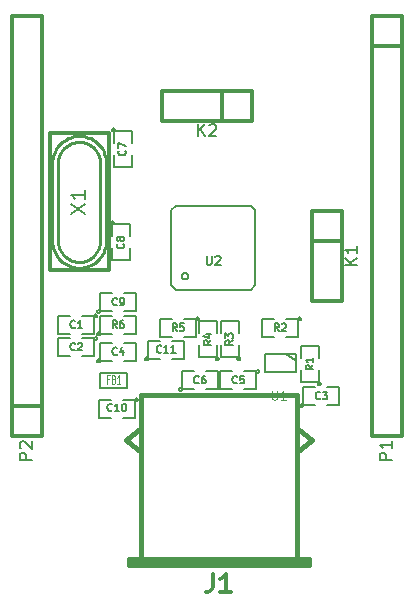
<source format=gto>
G04 (created by PCBNEW-RS274X (2012-02-19 BZR 3421)-stable) date lun 16 abr 2012 11:22:40 COT*
G01*
G70*
G90*
%MOIN*%
G04 Gerber Fmt 3.4, Leading zero omitted, Abs format*
%FSLAX34Y34*%
G04 APERTURE LIST*
%ADD10C,0.001000*%
%ADD11C,0.005000*%
%ADD12C,0.012000*%
%ADD13C,0.011800*%
%ADD14C,0.010000*%
%ADD15C,0.015000*%
%ADD16C,0.003000*%
%ADD17C,0.008000*%
%ADD18C,0.006000*%
%ADD19C,0.004500*%
%ADD20C,0.005900*%
G04 APERTURE END LIST*
G54D10*
G54D11*
X52650Y-34275D02*
X52950Y-34475D01*
X51950Y-34275D02*
X52975Y-34275D01*
X52975Y-34275D02*
X52975Y-34875D01*
X52975Y-34875D02*
X51950Y-34875D01*
X51950Y-34875D02*
X51950Y-34275D01*
X46950Y-26800D02*
X46949Y-26809D01*
X46946Y-26819D01*
X46941Y-26827D01*
X46935Y-26835D01*
X46927Y-26841D01*
X46919Y-26846D01*
X46910Y-26848D01*
X46900Y-26849D01*
X46891Y-26849D01*
X46882Y-26846D01*
X46873Y-26841D01*
X46866Y-26835D01*
X46859Y-26828D01*
X46855Y-26819D01*
X46852Y-26810D01*
X46851Y-26800D01*
X46851Y-26791D01*
X46854Y-26782D01*
X46858Y-26773D01*
X46865Y-26766D01*
X46872Y-26759D01*
X46880Y-26755D01*
X46890Y-26752D01*
X46899Y-26751D01*
X46908Y-26751D01*
X46918Y-26754D01*
X46926Y-26758D01*
X46934Y-26764D01*
X46940Y-26772D01*
X46945Y-26780D01*
X46948Y-26789D01*
X46949Y-26799D01*
X46950Y-26800D01*
X46900Y-27250D02*
X46900Y-26850D01*
X46900Y-26850D02*
X47500Y-26850D01*
X47500Y-26850D02*
X47500Y-27250D01*
X47500Y-27650D02*
X47500Y-28050D01*
X47500Y-28050D02*
X46900Y-28050D01*
X46900Y-28050D02*
X46900Y-27650D01*
X47700Y-35800D02*
X47699Y-35809D01*
X47696Y-35819D01*
X47691Y-35827D01*
X47685Y-35835D01*
X47677Y-35841D01*
X47669Y-35846D01*
X47660Y-35848D01*
X47650Y-35849D01*
X47641Y-35849D01*
X47632Y-35846D01*
X47623Y-35841D01*
X47616Y-35835D01*
X47609Y-35828D01*
X47605Y-35819D01*
X47602Y-35810D01*
X47601Y-35800D01*
X47601Y-35791D01*
X47604Y-35782D01*
X47608Y-35773D01*
X47615Y-35766D01*
X47622Y-35759D01*
X47630Y-35755D01*
X47640Y-35752D01*
X47649Y-35751D01*
X47658Y-35751D01*
X47668Y-35754D01*
X47676Y-35758D01*
X47684Y-35764D01*
X47690Y-35772D01*
X47695Y-35780D01*
X47698Y-35789D01*
X47699Y-35799D01*
X47700Y-35800D01*
X47200Y-35800D02*
X47600Y-35800D01*
X47600Y-35800D02*
X47600Y-36400D01*
X47600Y-36400D02*
X47200Y-36400D01*
X46800Y-36400D02*
X46400Y-36400D01*
X46400Y-36400D02*
X46400Y-35800D01*
X46400Y-35800D02*
X46800Y-35800D01*
X46450Y-34500D02*
X46449Y-34509D01*
X46446Y-34519D01*
X46441Y-34527D01*
X46435Y-34535D01*
X46427Y-34541D01*
X46419Y-34546D01*
X46410Y-34548D01*
X46400Y-34549D01*
X46391Y-34549D01*
X46382Y-34546D01*
X46373Y-34541D01*
X46366Y-34535D01*
X46359Y-34528D01*
X46355Y-34519D01*
X46352Y-34510D01*
X46351Y-34500D01*
X46351Y-34491D01*
X46354Y-34482D01*
X46358Y-34473D01*
X46365Y-34466D01*
X46372Y-34459D01*
X46380Y-34455D01*
X46390Y-34452D01*
X46399Y-34451D01*
X46408Y-34451D01*
X46418Y-34454D01*
X46426Y-34458D01*
X46434Y-34464D01*
X46440Y-34472D01*
X46445Y-34480D01*
X46448Y-34489D01*
X46449Y-34499D01*
X46450Y-34500D01*
X46850Y-34500D02*
X46450Y-34500D01*
X46450Y-34500D02*
X46450Y-33900D01*
X46450Y-33900D02*
X46850Y-33900D01*
X47250Y-33900D02*
X47650Y-33900D01*
X47650Y-33900D02*
X47650Y-34500D01*
X47650Y-34500D02*
X47250Y-34500D01*
X46350Y-33750D02*
X46349Y-33759D01*
X46346Y-33769D01*
X46341Y-33777D01*
X46335Y-33785D01*
X46327Y-33791D01*
X46319Y-33796D01*
X46310Y-33798D01*
X46300Y-33799D01*
X46291Y-33799D01*
X46282Y-33796D01*
X46273Y-33791D01*
X46266Y-33785D01*
X46259Y-33778D01*
X46255Y-33769D01*
X46252Y-33760D01*
X46251Y-33750D01*
X46251Y-33741D01*
X46254Y-33732D01*
X46258Y-33723D01*
X46265Y-33716D01*
X46272Y-33709D01*
X46280Y-33705D01*
X46290Y-33702D01*
X46299Y-33701D01*
X46308Y-33701D01*
X46318Y-33704D01*
X46326Y-33708D01*
X46334Y-33714D01*
X46340Y-33722D01*
X46345Y-33730D01*
X46348Y-33739D01*
X46349Y-33749D01*
X46350Y-33750D01*
X45850Y-33750D02*
X46250Y-33750D01*
X46250Y-33750D02*
X46250Y-34350D01*
X46250Y-34350D02*
X45850Y-34350D01*
X45450Y-34350D02*
X45050Y-34350D01*
X45050Y-34350D02*
X45050Y-33750D01*
X45050Y-33750D02*
X45450Y-33750D01*
X46350Y-33000D02*
X46349Y-33009D01*
X46346Y-33019D01*
X46341Y-33027D01*
X46335Y-33035D01*
X46327Y-33041D01*
X46319Y-33046D01*
X46310Y-33048D01*
X46300Y-33049D01*
X46291Y-33049D01*
X46282Y-33046D01*
X46273Y-33041D01*
X46266Y-33035D01*
X46259Y-33028D01*
X46255Y-33019D01*
X46252Y-33010D01*
X46251Y-33000D01*
X46251Y-32991D01*
X46254Y-32982D01*
X46258Y-32973D01*
X46265Y-32966D01*
X46272Y-32959D01*
X46280Y-32955D01*
X46290Y-32952D01*
X46299Y-32951D01*
X46308Y-32951D01*
X46318Y-32954D01*
X46326Y-32958D01*
X46334Y-32964D01*
X46340Y-32972D01*
X46345Y-32980D01*
X46348Y-32989D01*
X46349Y-32999D01*
X46350Y-33000D01*
X45850Y-33000D02*
X46250Y-33000D01*
X46250Y-33000D02*
X46250Y-33600D01*
X46250Y-33600D02*
X45850Y-33600D01*
X45450Y-33600D02*
X45050Y-33600D01*
X45050Y-33600D02*
X45050Y-33000D01*
X45050Y-33000D02*
X45450Y-33000D01*
X50400Y-34425D02*
X50399Y-34434D01*
X50396Y-34444D01*
X50391Y-34452D01*
X50385Y-34460D01*
X50377Y-34466D01*
X50369Y-34471D01*
X50360Y-34473D01*
X50350Y-34474D01*
X50341Y-34474D01*
X50332Y-34471D01*
X50323Y-34466D01*
X50316Y-34460D01*
X50309Y-34453D01*
X50305Y-34444D01*
X50302Y-34435D01*
X50301Y-34425D01*
X50301Y-34416D01*
X50304Y-34407D01*
X50308Y-34398D01*
X50315Y-34391D01*
X50322Y-34384D01*
X50330Y-34380D01*
X50340Y-34377D01*
X50349Y-34376D01*
X50358Y-34376D01*
X50368Y-34379D01*
X50376Y-34383D01*
X50384Y-34389D01*
X50390Y-34397D01*
X50395Y-34405D01*
X50398Y-34414D01*
X50399Y-34424D01*
X50400Y-34425D01*
X50350Y-33975D02*
X50350Y-34375D01*
X50350Y-34375D02*
X49750Y-34375D01*
X49750Y-34375D02*
X49750Y-33975D01*
X49750Y-33575D02*
X49750Y-33175D01*
X49750Y-33175D02*
X50350Y-33175D01*
X50350Y-33175D02*
X50350Y-33575D01*
X51125Y-34425D02*
X51124Y-34434D01*
X51121Y-34444D01*
X51116Y-34452D01*
X51110Y-34460D01*
X51102Y-34466D01*
X51094Y-34471D01*
X51085Y-34473D01*
X51075Y-34474D01*
X51066Y-34474D01*
X51057Y-34471D01*
X51048Y-34466D01*
X51041Y-34460D01*
X51034Y-34453D01*
X51030Y-34444D01*
X51027Y-34435D01*
X51026Y-34425D01*
X51026Y-34416D01*
X51029Y-34407D01*
X51033Y-34398D01*
X51040Y-34391D01*
X51047Y-34384D01*
X51055Y-34380D01*
X51065Y-34377D01*
X51074Y-34376D01*
X51083Y-34376D01*
X51093Y-34379D01*
X51101Y-34383D01*
X51109Y-34389D01*
X51115Y-34397D01*
X51120Y-34405D01*
X51123Y-34414D01*
X51124Y-34424D01*
X51125Y-34425D01*
X51075Y-33975D02*
X51075Y-34375D01*
X51075Y-34375D02*
X50475Y-34375D01*
X50475Y-34375D02*
X50475Y-33975D01*
X50475Y-33575D02*
X50475Y-33175D01*
X50475Y-33175D02*
X51075Y-33175D01*
X51075Y-33175D02*
X51075Y-33575D01*
X49750Y-33100D02*
X49749Y-33109D01*
X49746Y-33119D01*
X49741Y-33127D01*
X49735Y-33135D01*
X49727Y-33141D01*
X49719Y-33146D01*
X49710Y-33148D01*
X49700Y-33149D01*
X49691Y-33149D01*
X49682Y-33146D01*
X49673Y-33141D01*
X49666Y-33135D01*
X49659Y-33128D01*
X49655Y-33119D01*
X49652Y-33110D01*
X49651Y-33100D01*
X49651Y-33091D01*
X49654Y-33082D01*
X49658Y-33073D01*
X49665Y-33066D01*
X49672Y-33059D01*
X49680Y-33055D01*
X49690Y-33052D01*
X49699Y-33051D01*
X49708Y-33051D01*
X49718Y-33054D01*
X49726Y-33058D01*
X49734Y-33064D01*
X49740Y-33072D01*
X49745Y-33080D01*
X49748Y-33089D01*
X49749Y-33099D01*
X49750Y-33100D01*
X49250Y-33100D02*
X49650Y-33100D01*
X49650Y-33100D02*
X49650Y-33700D01*
X49650Y-33700D02*
X49250Y-33700D01*
X48850Y-33700D02*
X48450Y-33700D01*
X48450Y-33700D02*
X48450Y-33100D01*
X48450Y-33100D02*
X48850Y-33100D01*
X46450Y-33600D02*
X46449Y-33609D01*
X46446Y-33619D01*
X46441Y-33627D01*
X46435Y-33635D01*
X46427Y-33641D01*
X46419Y-33646D01*
X46410Y-33648D01*
X46400Y-33649D01*
X46391Y-33649D01*
X46382Y-33646D01*
X46373Y-33641D01*
X46366Y-33635D01*
X46359Y-33628D01*
X46355Y-33619D01*
X46352Y-33610D01*
X46351Y-33600D01*
X46351Y-33591D01*
X46354Y-33582D01*
X46358Y-33573D01*
X46365Y-33566D01*
X46372Y-33559D01*
X46380Y-33555D01*
X46390Y-33552D01*
X46399Y-33551D01*
X46408Y-33551D01*
X46418Y-33554D01*
X46426Y-33558D01*
X46434Y-33564D01*
X46440Y-33572D01*
X46445Y-33580D01*
X46448Y-33589D01*
X46449Y-33599D01*
X46450Y-33600D01*
X46850Y-33600D02*
X46450Y-33600D01*
X46450Y-33600D02*
X46450Y-33000D01*
X46450Y-33000D02*
X46850Y-33000D01*
X47250Y-33000D02*
X47650Y-33000D01*
X47650Y-33000D02*
X47650Y-33600D01*
X47650Y-33600D02*
X47250Y-33600D01*
X46900Y-29900D02*
X46899Y-29909D01*
X46896Y-29919D01*
X46891Y-29927D01*
X46885Y-29935D01*
X46877Y-29941D01*
X46869Y-29946D01*
X46860Y-29948D01*
X46850Y-29949D01*
X46841Y-29949D01*
X46832Y-29946D01*
X46823Y-29941D01*
X46816Y-29935D01*
X46809Y-29928D01*
X46805Y-29919D01*
X46802Y-29910D01*
X46801Y-29900D01*
X46801Y-29891D01*
X46804Y-29882D01*
X46808Y-29873D01*
X46815Y-29866D01*
X46822Y-29859D01*
X46830Y-29855D01*
X46840Y-29852D01*
X46849Y-29851D01*
X46858Y-29851D01*
X46868Y-29854D01*
X46876Y-29858D01*
X46884Y-29864D01*
X46890Y-29872D01*
X46895Y-29880D01*
X46898Y-29889D01*
X46899Y-29899D01*
X46900Y-29900D01*
X46850Y-30350D02*
X46850Y-29950D01*
X46850Y-29950D02*
X47450Y-29950D01*
X47450Y-29950D02*
X47450Y-30350D01*
X47450Y-30750D02*
X47450Y-31150D01*
X47450Y-31150D02*
X46850Y-31150D01*
X46850Y-31150D02*
X46850Y-30750D01*
X46450Y-32850D02*
X46449Y-32859D01*
X46446Y-32869D01*
X46441Y-32877D01*
X46435Y-32885D01*
X46427Y-32891D01*
X46419Y-32896D01*
X46410Y-32898D01*
X46400Y-32899D01*
X46391Y-32899D01*
X46382Y-32896D01*
X46373Y-32891D01*
X46366Y-32885D01*
X46359Y-32878D01*
X46355Y-32869D01*
X46352Y-32860D01*
X46351Y-32850D01*
X46351Y-32841D01*
X46354Y-32832D01*
X46358Y-32823D01*
X46365Y-32816D01*
X46372Y-32809D01*
X46380Y-32805D01*
X46390Y-32802D01*
X46399Y-32801D01*
X46408Y-32801D01*
X46418Y-32804D01*
X46426Y-32808D01*
X46434Y-32814D01*
X46440Y-32822D01*
X46445Y-32830D01*
X46448Y-32839D01*
X46449Y-32849D01*
X46450Y-32850D01*
X46850Y-32850D02*
X46450Y-32850D01*
X46450Y-32850D02*
X46450Y-32250D01*
X46450Y-32250D02*
X46850Y-32250D01*
X47250Y-32250D02*
X47650Y-32250D01*
X47650Y-32250D02*
X47650Y-32850D01*
X47650Y-32850D02*
X47250Y-32850D01*
X48050Y-34425D02*
X48049Y-34434D01*
X48046Y-34444D01*
X48041Y-34452D01*
X48035Y-34460D01*
X48027Y-34466D01*
X48019Y-34471D01*
X48010Y-34473D01*
X48000Y-34474D01*
X47991Y-34474D01*
X47982Y-34471D01*
X47973Y-34466D01*
X47966Y-34460D01*
X47959Y-34453D01*
X47955Y-34444D01*
X47952Y-34435D01*
X47951Y-34425D01*
X47951Y-34416D01*
X47954Y-34407D01*
X47958Y-34398D01*
X47965Y-34391D01*
X47972Y-34384D01*
X47980Y-34380D01*
X47990Y-34377D01*
X47999Y-34376D01*
X48008Y-34376D01*
X48018Y-34379D01*
X48026Y-34383D01*
X48034Y-34389D01*
X48040Y-34397D01*
X48045Y-34405D01*
X48048Y-34414D01*
X48049Y-34424D01*
X48050Y-34425D01*
X48450Y-34425D02*
X48050Y-34425D01*
X48050Y-34425D02*
X48050Y-33825D01*
X48050Y-33825D02*
X48450Y-33825D01*
X48850Y-33825D02*
X49250Y-33825D01*
X49250Y-33825D02*
X49250Y-34425D01*
X49250Y-34425D02*
X48850Y-34425D01*
X51750Y-34850D02*
X51749Y-34859D01*
X51746Y-34869D01*
X51741Y-34877D01*
X51735Y-34885D01*
X51727Y-34891D01*
X51719Y-34896D01*
X51710Y-34898D01*
X51700Y-34899D01*
X51691Y-34899D01*
X51682Y-34896D01*
X51673Y-34891D01*
X51666Y-34885D01*
X51659Y-34878D01*
X51655Y-34869D01*
X51652Y-34860D01*
X51651Y-34850D01*
X51651Y-34841D01*
X51654Y-34832D01*
X51658Y-34823D01*
X51665Y-34816D01*
X51672Y-34809D01*
X51680Y-34805D01*
X51690Y-34802D01*
X51699Y-34801D01*
X51708Y-34801D01*
X51718Y-34804D01*
X51726Y-34808D01*
X51734Y-34814D01*
X51740Y-34822D01*
X51745Y-34830D01*
X51748Y-34839D01*
X51749Y-34849D01*
X51750Y-34850D01*
X51250Y-34850D02*
X51650Y-34850D01*
X51650Y-34850D02*
X51650Y-35450D01*
X51650Y-35450D02*
X51250Y-35450D01*
X50850Y-35450D02*
X50450Y-35450D01*
X50450Y-35450D02*
X50450Y-34850D01*
X50450Y-34850D02*
X50850Y-34850D01*
X49175Y-35450D02*
X49174Y-35459D01*
X49171Y-35469D01*
X49166Y-35477D01*
X49160Y-35485D01*
X49152Y-35491D01*
X49144Y-35496D01*
X49135Y-35498D01*
X49125Y-35499D01*
X49116Y-35499D01*
X49107Y-35496D01*
X49098Y-35491D01*
X49091Y-35485D01*
X49084Y-35478D01*
X49080Y-35469D01*
X49077Y-35460D01*
X49076Y-35450D01*
X49076Y-35441D01*
X49079Y-35432D01*
X49083Y-35423D01*
X49090Y-35416D01*
X49097Y-35409D01*
X49105Y-35405D01*
X49115Y-35402D01*
X49124Y-35401D01*
X49133Y-35401D01*
X49143Y-35404D01*
X49151Y-35408D01*
X49159Y-35414D01*
X49165Y-35422D01*
X49170Y-35430D01*
X49173Y-35439D01*
X49174Y-35449D01*
X49175Y-35450D01*
X49575Y-35450D02*
X49175Y-35450D01*
X49175Y-35450D02*
X49175Y-34850D01*
X49175Y-34850D02*
X49575Y-34850D01*
X49975Y-34850D02*
X50375Y-34850D01*
X50375Y-34850D02*
X50375Y-35450D01*
X50375Y-35450D02*
X49975Y-35450D01*
X53800Y-35250D02*
X53799Y-35259D01*
X53796Y-35269D01*
X53791Y-35277D01*
X53785Y-35285D01*
X53777Y-35291D01*
X53769Y-35296D01*
X53760Y-35298D01*
X53750Y-35299D01*
X53741Y-35299D01*
X53732Y-35296D01*
X53723Y-35291D01*
X53716Y-35285D01*
X53709Y-35278D01*
X53705Y-35269D01*
X53702Y-35260D01*
X53701Y-35250D01*
X53701Y-35241D01*
X53704Y-35232D01*
X53708Y-35223D01*
X53715Y-35216D01*
X53722Y-35209D01*
X53730Y-35205D01*
X53740Y-35202D01*
X53749Y-35201D01*
X53758Y-35201D01*
X53768Y-35204D01*
X53776Y-35208D01*
X53784Y-35214D01*
X53790Y-35222D01*
X53795Y-35230D01*
X53798Y-35239D01*
X53799Y-35249D01*
X53800Y-35250D01*
X53750Y-34800D02*
X53750Y-35200D01*
X53750Y-35200D02*
X53150Y-35200D01*
X53150Y-35200D02*
X53150Y-34800D01*
X53150Y-34400D02*
X53150Y-34000D01*
X53150Y-34000D02*
X53750Y-34000D01*
X53750Y-34000D02*
X53750Y-34400D01*
X53150Y-33100D02*
X53149Y-33109D01*
X53146Y-33119D01*
X53141Y-33127D01*
X53135Y-33135D01*
X53127Y-33141D01*
X53119Y-33146D01*
X53110Y-33148D01*
X53100Y-33149D01*
X53091Y-33149D01*
X53082Y-33146D01*
X53073Y-33141D01*
X53066Y-33135D01*
X53059Y-33128D01*
X53055Y-33119D01*
X53052Y-33110D01*
X53051Y-33100D01*
X53051Y-33091D01*
X53054Y-33082D01*
X53058Y-33073D01*
X53065Y-33066D01*
X53072Y-33059D01*
X53080Y-33055D01*
X53090Y-33052D01*
X53099Y-33051D01*
X53108Y-33051D01*
X53118Y-33054D01*
X53126Y-33058D01*
X53134Y-33064D01*
X53140Y-33072D01*
X53145Y-33080D01*
X53148Y-33089D01*
X53149Y-33099D01*
X53150Y-33100D01*
X52650Y-33100D02*
X53050Y-33100D01*
X53050Y-33100D02*
X53050Y-33700D01*
X53050Y-33700D02*
X52650Y-33700D01*
X52250Y-33700D02*
X51850Y-33700D01*
X51850Y-33700D02*
X51850Y-33100D01*
X51850Y-33100D02*
X52250Y-33100D01*
X53225Y-35975D02*
X53224Y-35984D01*
X53221Y-35994D01*
X53216Y-36002D01*
X53210Y-36010D01*
X53202Y-36016D01*
X53194Y-36021D01*
X53185Y-36023D01*
X53175Y-36024D01*
X53166Y-36024D01*
X53157Y-36021D01*
X53148Y-36016D01*
X53141Y-36010D01*
X53134Y-36003D01*
X53130Y-35994D01*
X53127Y-35985D01*
X53126Y-35975D01*
X53126Y-35966D01*
X53129Y-35957D01*
X53133Y-35948D01*
X53140Y-35941D01*
X53147Y-35934D01*
X53155Y-35930D01*
X53165Y-35927D01*
X53174Y-35926D01*
X53183Y-35926D01*
X53193Y-35929D01*
X53201Y-35933D01*
X53209Y-35939D01*
X53215Y-35947D01*
X53220Y-35955D01*
X53223Y-35964D01*
X53224Y-35974D01*
X53225Y-35975D01*
X53625Y-35975D02*
X53225Y-35975D01*
X53225Y-35975D02*
X53225Y-35375D01*
X53225Y-35375D02*
X53625Y-35375D01*
X54025Y-35375D02*
X54425Y-35375D01*
X54425Y-35375D02*
X54425Y-35975D01*
X54425Y-35975D02*
X54025Y-35975D01*
G54D12*
X44500Y-23000D02*
X44500Y-37000D01*
X43500Y-37000D02*
X43500Y-23000D01*
X43500Y-23000D02*
X44500Y-23000D01*
X43500Y-36000D02*
X44500Y-36000D01*
X44500Y-37000D02*
X43500Y-37000D01*
X55500Y-37000D02*
X55500Y-23000D01*
X56500Y-23000D02*
X56500Y-37000D01*
X56500Y-37000D02*
X55500Y-37000D01*
X56500Y-24000D02*
X55500Y-24000D01*
X55500Y-23000D02*
X56500Y-23000D01*
G54D13*
X44766Y-31483D02*
X46734Y-31483D01*
X46734Y-31483D02*
X46734Y-26917D01*
X46734Y-26917D02*
X44766Y-26917D01*
X44766Y-26917D02*
X44766Y-31483D01*
G54D14*
X45750Y-27000D02*
X45672Y-27004D01*
X45594Y-27014D01*
X45518Y-27031D01*
X45443Y-27055D01*
X45370Y-27085D01*
X45301Y-27121D01*
X45234Y-27163D01*
X45172Y-27211D01*
X45114Y-27264D01*
X45061Y-27322D01*
X45013Y-27384D01*
X44971Y-27451D01*
X44935Y-27520D01*
X44905Y-27593D01*
X44881Y-27668D01*
X44864Y-27744D01*
X44854Y-27822D01*
X44850Y-27900D01*
X46450Y-30500D02*
X46450Y-27900D01*
X45050Y-27900D02*
X45050Y-30500D01*
X46450Y-27900D02*
X46447Y-27839D01*
X46439Y-27779D01*
X46426Y-27719D01*
X46407Y-27661D01*
X46384Y-27605D01*
X46356Y-27551D01*
X46323Y-27499D01*
X46286Y-27451D01*
X46244Y-27406D01*
X46199Y-27364D01*
X46151Y-27327D01*
X46100Y-27294D01*
X46045Y-27266D01*
X45989Y-27243D01*
X45931Y-27224D01*
X45871Y-27211D01*
X45811Y-27203D01*
X45750Y-27200D01*
X45750Y-27200D02*
X45689Y-27203D01*
X45629Y-27211D01*
X45569Y-27224D01*
X45511Y-27243D01*
X45455Y-27266D01*
X45401Y-27294D01*
X45349Y-27327D01*
X45301Y-27364D01*
X45256Y-27406D01*
X45214Y-27451D01*
X45177Y-27499D01*
X45144Y-27551D01*
X45116Y-27605D01*
X45093Y-27661D01*
X45074Y-27719D01*
X45061Y-27779D01*
X45053Y-27839D01*
X45050Y-27900D01*
X45750Y-31200D02*
X45811Y-31197D01*
X45871Y-31189D01*
X45931Y-31176D01*
X45989Y-31157D01*
X46045Y-31134D01*
X46100Y-31106D01*
X46151Y-31073D01*
X46199Y-31036D01*
X46244Y-30994D01*
X46286Y-30949D01*
X46323Y-30901D01*
X46356Y-30849D01*
X46384Y-30795D01*
X46407Y-30739D01*
X46426Y-30681D01*
X46439Y-30621D01*
X46447Y-30561D01*
X46450Y-30500D01*
X45050Y-30500D02*
X45053Y-30561D01*
X45061Y-30621D01*
X45074Y-30681D01*
X45093Y-30739D01*
X45116Y-30795D01*
X45144Y-30849D01*
X45177Y-30901D01*
X45214Y-30949D01*
X45256Y-30994D01*
X45301Y-31036D01*
X45349Y-31073D01*
X45401Y-31106D01*
X45455Y-31134D01*
X45511Y-31157D01*
X45569Y-31176D01*
X45629Y-31189D01*
X45689Y-31197D01*
X45750Y-31200D01*
X46650Y-27900D02*
X46646Y-27822D01*
X46636Y-27744D01*
X46619Y-27668D01*
X46595Y-27593D01*
X46565Y-27520D01*
X46529Y-27451D01*
X46487Y-27384D01*
X46439Y-27322D01*
X46386Y-27264D01*
X46328Y-27211D01*
X46266Y-27163D01*
X46200Y-27121D01*
X46130Y-27085D01*
X46057Y-27055D01*
X45982Y-27031D01*
X45906Y-27014D01*
X45828Y-27004D01*
X45750Y-27000D01*
X46650Y-27900D02*
X46650Y-30500D01*
X44850Y-30500D02*
X44850Y-27900D01*
X45750Y-31400D02*
X45828Y-31396D01*
X45906Y-31386D01*
X45982Y-31369D01*
X46057Y-31345D01*
X46130Y-31315D01*
X46200Y-31279D01*
X46266Y-31237D01*
X46328Y-31189D01*
X46386Y-31136D01*
X46439Y-31078D01*
X46487Y-31016D01*
X46529Y-30949D01*
X46565Y-30880D01*
X46595Y-30807D01*
X46619Y-30732D01*
X46636Y-30656D01*
X46646Y-30578D01*
X46650Y-30500D01*
X44850Y-30500D02*
X44854Y-30578D01*
X44864Y-30656D01*
X44881Y-30732D01*
X44905Y-30807D01*
X44935Y-30880D01*
X44971Y-30949D01*
X45013Y-31016D01*
X45061Y-31078D01*
X45114Y-31136D01*
X45172Y-31189D01*
X45234Y-31237D01*
X45301Y-31279D01*
X45370Y-31315D01*
X45443Y-31345D01*
X45518Y-31369D01*
X45594Y-31386D01*
X45672Y-31396D01*
X45750Y-31400D01*
G54D15*
X47400Y-41200D02*
X53400Y-41200D01*
X47400Y-41100D02*
X47400Y-41300D01*
X53400Y-41100D02*
X53400Y-41300D01*
X53400Y-41300D02*
X47400Y-41300D01*
X47400Y-41100D02*
X53400Y-41100D01*
X53000Y-36750D02*
X53500Y-37150D01*
X53500Y-37150D02*
X53000Y-37550D01*
X47800Y-36750D02*
X47300Y-37150D01*
X47300Y-37150D02*
X47800Y-37550D01*
X53000Y-35650D02*
X47800Y-35650D01*
X47800Y-35650D02*
X47800Y-41250D01*
X53000Y-41250D02*
X53000Y-35650D01*
G54D12*
X50500Y-25500D02*
X50500Y-26500D01*
X51500Y-26500D02*
X48500Y-26500D01*
X48500Y-26500D02*
X48500Y-25500D01*
X48500Y-25500D02*
X51500Y-25500D01*
X51500Y-25500D02*
X51500Y-26500D01*
X53500Y-30500D02*
X54500Y-30500D01*
X54500Y-29500D02*
X54500Y-32500D01*
X54500Y-32500D02*
X53500Y-32500D01*
X53500Y-32500D02*
X53500Y-29500D01*
X53500Y-29500D02*
X54500Y-29500D01*
G54D11*
X47350Y-35400D02*
X46450Y-35400D01*
X46450Y-35400D02*
X46450Y-34900D01*
X46450Y-34900D02*
X47350Y-34900D01*
X47350Y-34900D02*
X47350Y-35400D01*
X49386Y-31675D02*
X49383Y-31696D01*
X49377Y-31717D01*
X49367Y-31736D01*
X49353Y-31753D01*
X49337Y-31767D01*
X49318Y-31777D01*
X49297Y-31783D01*
X49275Y-31785D01*
X49255Y-31784D01*
X49234Y-31777D01*
X49215Y-31767D01*
X49198Y-31754D01*
X49184Y-31737D01*
X49173Y-31718D01*
X49167Y-31698D01*
X49165Y-31676D01*
X49166Y-31655D01*
X49172Y-31635D01*
X49182Y-31615D01*
X49196Y-31598D01*
X49212Y-31584D01*
X49231Y-31574D01*
X49252Y-31567D01*
X49273Y-31565D01*
X49294Y-31566D01*
X49315Y-31572D01*
X49334Y-31582D01*
X49351Y-31595D01*
X49365Y-31612D01*
X49376Y-31630D01*
X49383Y-31651D01*
X49385Y-31672D01*
X49386Y-31675D01*
X51625Y-31975D02*
X51475Y-32125D01*
X51475Y-32125D02*
X48975Y-32125D01*
X48975Y-32125D02*
X48825Y-31975D01*
X48825Y-31975D02*
X48825Y-29475D01*
X48825Y-29475D02*
X48975Y-29325D01*
X48975Y-29325D02*
X51475Y-29325D01*
X51475Y-29325D02*
X51625Y-29475D01*
X51625Y-29475D02*
X51625Y-31975D01*
G54D16*
X52171Y-35496D02*
X52171Y-35739D01*
X52186Y-35768D01*
X52200Y-35782D01*
X52229Y-35796D01*
X52286Y-35796D01*
X52314Y-35782D01*
X52329Y-35768D01*
X52343Y-35739D01*
X52343Y-35496D01*
X52643Y-35796D02*
X52471Y-35796D01*
X52557Y-35796D02*
X52557Y-35496D01*
X52528Y-35539D01*
X52500Y-35568D01*
X52471Y-35582D01*
G54D11*
X47277Y-27492D02*
X47289Y-27504D01*
X47301Y-27539D01*
X47301Y-27563D01*
X47289Y-27599D01*
X47265Y-27623D01*
X47242Y-27634D01*
X47194Y-27646D01*
X47158Y-27646D01*
X47111Y-27634D01*
X47087Y-27623D01*
X47063Y-27599D01*
X47051Y-27563D01*
X47051Y-27539D01*
X47063Y-27504D01*
X47075Y-27492D01*
X47051Y-27408D02*
X47051Y-27242D01*
X47301Y-27349D01*
X46839Y-36152D02*
X46827Y-36164D01*
X46792Y-36176D01*
X46768Y-36176D01*
X46732Y-36164D01*
X46708Y-36140D01*
X46697Y-36117D01*
X46685Y-36069D01*
X46685Y-36033D01*
X46697Y-35986D01*
X46708Y-35962D01*
X46732Y-35938D01*
X46768Y-35926D01*
X46792Y-35926D01*
X46827Y-35938D01*
X46839Y-35950D01*
X47077Y-36176D02*
X46935Y-36176D01*
X47006Y-36176D02*
X47006Y-35926D01*
X46982Y-35962D01*
X46958Y-35986D01*
X46935Y-35998D01*
X47232Y-35926D02*
X47256Y-35926D01*
X47280Y-35938D01*
X47292Y-35950D01*
X47304Y-35974D01*
X47315Y-36021D01*
X47315Y-36081D01*
X47304Y-36129D01*
X47292Y-36152D01*
X47280Y-36164D01*
X47256Y-36176D01*
X47232Y-36176D01*
X47208Y-36164D01*
X47196Y-36152D01*
X47185Y-36129D01*
X47173Y-36081D01*
X47173Y-36021D01*
X47185Y-35974D01*
X47196Y-35950D01*
X47208Y-35938D01*
X47232Y-35926D01*
X47008Y-34277D02*
X46996Y-34289D01*
X46961Y-34301D01*
X46937Y-34301D01*
X46901Y-34289D01*
X46877Y-34265D01*
X46866Y-34242D01*
X46854Y-34194D01*
X46854Y-34158D01*
X46866Y-34111D01*
X46877Y-34087D01*
X46901Y-34063D01*
X46937Y-34051D01*
X46961Y-34051D01*
X46996Y-34063D01*
X47008Y-34075D01*
X47223Y-34135D02*
X47223Y-34301D01*
X47163Y-34039D02*
X47104Y-34218D01*
X47258Y-34218D01*
X45608Y-34127D02*
X45596Y-34139D01*
X45561Y-34151D01*
X45537Y-34151D01*
X45501Y-34139D01*
X45477Y-34115D01*
X45466Y-34092D01*
X45454Y-34044D01*
X45454Y-34008D01*
X45466Y-33961D01*
X45477Y-33937D01*
X45501Y-33913D01*
X45537Y-33901D01*
X45561Y-33901D01*
X45596Y-33913D01*
X45608Y-33925D01*
X45704Y-33925D02*
X45716Y-33913D01*
X45739Y-33901D01*
X45799Y-33901D01*
X45823Y-33913D01*
X45835Y-33925D01*
X45846Y-33949D01*
X45846Y-33973D01*
X45835Y-34008D01*
X45692Y-34151D01*
X45846Y-34151D01*
X45608Y-33377D02*
X45596Y-33389D01*
X45561Y-33401D01*
X45537Y-33401D01*
X45501Y-33389D01*
X45477Y-33365D01*
X45466Y-33342D01*
X45454Y-33294D01*
X45454Y-33258D01*
X45466Y-33211D01*
X45477Y-33187D01*
X45501Y-33163D01*
X45537Y-33151D01*
X45561Y-33151D01*
X45596Y-33163D01*
X45608Y-33175D01*
X45846Y-33401D02*
X45704Y-33401D01*
X45775Y-33401D02*
X45775Y-33151D01*
X45751Y-33187D01*
X45727Y-33211D01*
X45704Y-33223D01*
X50151Y-33817D02*
X50032Y-33900D01*
X50151Y-33959D02*
X49901Y-33959D01*
X49901Y-33864D01*
X49913Y-33840D01*
X49925Y-33829D01*
X49949Y-33817D01*
X49985Y-33817D01*
X50008Y-33829D01*
X50020Y-33840D01*
X50032Y-33864D01*
X50032Y-33959D01*
X49985Y-33602D02*
X50151Y-33602D01*
X49889Y-33662D02*
X50068Y-33721D01*
X50068Y-33567D01*
X50876Y-33817D02*
X50757Y-33900D01*
X50876Y-33959D02*
X50626Y-33959D01*
X50626Y-33864D01*
X50638Y-33840D01*
X50650Y-33829D01*
X50674Y-33817D01*
X50710Y-33817D01*
X50733Y-33829D01*
X50745Y-33840D01*
X50757Y-33864D01*
X50757Y-33959D01*
X50626Y-33733D02*
X50626Y-33579D01*
X50721Y-33662D01*
X50721Y-33626D01*
X50733Y-33602D01*
X50745Y-33590D01*
X50769Y-33579D01*
X50829Y-33579D01*
X50852Y-33590D01*
X50864Y-33602D01*
X50876Y-33626D01*
X50876Y-33698D01*
X50864Y-33721D01*
X50852Y-33733D01*
X49008Y-33501D02*
X48925Y-33382D01*
X48866Y-33501D02*
X48866Y-33251D01*
X48961Y-33251D01*
X48985Y-33263D01*
X48996Y-33275D01*
X49008Y-33299D01*
X49008Y-33335D01*
X48996Y-33358D01*
X48985Y-33370D01*
X48961Y-33382D01*
X48866Y-33382D01*
X49235Y-33251D02*
X49116Y-33251D01*
X49104Y-33370D01*
X49116Y-33358D01*
X49139Y-33346D01*
X49199Y-33346D01*
X49223Y-33358D01*
X49235Y-33370D01*
X49246Y-33394D01*
X49246Y-33454D01*
X49235Y-33477D01*
X49223Y-33489D01*
X49199Y-33501D01*
X49139Y-33501D01*
X49116Y-33489D01*
X49104Y-33477D01*
X47008Y-33401D02*
X46925Y-33282D01*
X46866Y-33401D02*
X46866Y-33151D01*
X46961Y-33151D01*
X46985Y-33163D01*
X46996Y-33175D01*
X47008Y-33199D01*
X47008Y-33235D01*
X46996Y-33258D01*
X46985Y-33270D01*
X46961Y-33282D01*
X46866Y-33282D01*
X47223Y-33151D02*
X47175Y-33151D01*
X47151Y-33163D01*
X47139Y-33175D01*
X47116Y-33211D01*
X47104Y-33258D01*
X47104Y-33354D01*
X47116Y-33377D01*
X47127Y-33389D01*
X47151Y-33401D01*
X47199Y-33401D01*
X47223Y-33389D01*
X47235Y-33377D01*
X47246Y-33354D01*
X47246Y-33294D01*
X47235Y-33270D01*
X47223Y-33258D01*
X47199Y-33246D01*
X47151Y-33246D01*
X47127Y-33258D01*
X47116Y-33270D01*
X47104Y-33294D01*
X47227Y-30592D02*
X47239Y-30604D01*
X47251Y-30639D01*
X47251Y-30663D01*
X47239Y-30699D01*
X47215Y-30723D01*
X47192Y-30734D01*
X47144Y-30746D01*
X47108Y-30746D01*
X47061Y-30734D01*
X47037Y-30723D01*
X47013Y-30699D01*
X47001Y-30663D01*
X47001Y-30639D01*
X47013Y-30604D01*
X47025Y-30592D01*
X47108Y-30449D02*
X47096Y-30473D01*
X47085Y-30484D01*
X47061Y-30496D01*
X47049Y-30496D01*
X47025Y-30484D01*
X47013Y-30473D01*
X47001Y-30449D01*
X47001Y-30401D01*
X47013Y-30377D01*
X47025Y-30365D01*
X47049Y-30354D01*
X47061Y-30354D01*
X47085Y-30365D01*
X47096Y-30377D01*
X47108Y-30401D01*
X47108Y-30449D01*
X47120Y-30473D01*
X47132Y-30484D01*
X47156Y-30496D01*
X47204Y-30496D01*
X47227Y-30484D01*
X47239Y-30473D01*
X47251Y-30449D01*
X47251Y-30401D01*
X47239Y-30377D01*
X47227Y-30365D01*
X47204Y-30354D01*
X47156Y-30354D01*
X47132Y-30365D01*
X47120Y-30377D01*
X47108Y-30401D01*
X47008Y-32627D02*
X46996Y-32639D01*
X46961Y-32651D01*
X46937Y-32651D01*
X46901Y-32639D01*
X46877Y-32615D01*
X46866Y-32592D01*
X46854Y-32544D01*
X46854Y-32508D01*
X46866Y-32461D01*
X46877Y-32437D01*
X46901Y-32413D01*
X46937Y-32401D01*
X46961Y-32401D01*
X46996Y-32413D01*
X47008Y-32425D01*
X47127Y-32651D02*
X47175Y-32651D01*
X47199Y-32639D01*
X47211Y-32627D01*
X47235Y-32592D01*
X47246Y-32544D01*
X47246Y-32449D01*
X47235Y-32425D01*
X47223Y-32413D01*
X47199Y-32401D01*
X47151Y-32401D01*
X47127Y-32413D01*
X47116Y-32425D01*
X47104Y-32449D01*
X47104Y-32508D01*
X47116Y-32532D01*
X47127Y-32544D01*
X47151Y-32556D01*
X47199Y-32556D01*
X47223Y-32544D01*
X47235Y-32532D01*
X47246Y-32508D01*
X48489Y-34202D02*
X48477Y-34214D01*
X48442Y-34226D01*
X48418Y-34226D01*
X48382Y-34214D01*
X48358Y-34190D01*
X48347Y-34167D01*
X48335Y-34119D01*
X48335Y-34083D01*
X48347Y-34036D01*
X48358Y-34012D01*
X48382Y-33988D01*
X48418Y-33976D01*
X48442Y-33976D01*
X48477Y-33988D01*
X48489Y-34000D01*
X48727Y-34226D02*
X48585Y-34226D01*
X48656Y-34226D02*
X48656Y-33976D01*
X48632Y-34012D01*
X48608Y-34036D01*
X48585Y-34048D01*
X48965Y-34226D02*
X48823Y-34226D01*
X48894Y-34226D02*
X48894Y-33976D01*
X48870Y-34012D01*
X48846Y-34036D01*
X48823Y-34048D01*
X51008Y-35227D02*
X50996Y-35239D01*
X50961Y-35251D01*
X50937Y-35251D01*
X50901Y-35239D01*
X50877Y-35215D01*
X50866Y-35192D01*
X50854Y-35144D01*
X50854Y-35108D01*
X50866Y-35061D01*
X50877Y-35037D01*
X50901Y-35013D01*
X50937Y-35001D01*
X50961Y-35001D01*
X50996Y-35013D01*
X51008Y-35025D01*
X51235Y-35001D02*
X51116Y-35001D01*
X51104Y-35120D01*
X51116Y-35108D01*
X51139Y-35096D01*
X51199Y-35096D01*
X51223Y-35108D01*
X51235Y-35120D01*
X51246Y-35144D01*
X51246Y-35204D01*
X51235Y-35227D01*
X51223Y-35239D01*
X51199Y-35251D01*
X51139Y-35251D01*
X51116Y-35239D01*
X51104Y-35227D01*
X49733Y-35227D02*
X49721Y-35239D01*
X49686Y-35251D01*
X49662Y-35251D01*
X49626Y-35239D01*
X49602Y-35215D01*
X49591Y-35192D01*
X49579Y-35144D01*
X49579Y-35108D01*
X49591Y-35061D01*
X49602Y-35037D01*
X49626Y-35013D01*
X49662Y-35001D01*
X49686Y-35001D01*
X49721Y-35013D01*
X49733Y-35025D01*
X49948Y-35001D02*
X49900Y-35001D01*
X49876Y-35013D01*
X49864Y-35025D01*
X49841Y-35061D01*
X49829Y-35108D01*
X49829Y-35204D01*
X49841Y-35227D01*
X49852Y-35239D01*
X49876Y-35251D01*
X49924Y-35251D01*
X49948Y-35239D01*
X49960Y-35227D01*
X49971Y-35204D01*
X49971Y-35144D01*
X49960Y-35120D01*
X49948Y-35108D01*
X49924Y-35096D01*
X49876Y-35096D01*
X49852Y-35108D01*
X49841Y-35120D01*
X49829Y-35144D01*
X53551Y-34642D02*
X53432Y-34725D01*
X53551Y-34784D02*
X53301Y-34784D01*
X53301Y-34689D01*
X53313Y-34665D01*
X53325Y-34654D01*
X53349Y-34642D01*
X53385Y-34642D01*
X53408Y-34654D01*
X53420Y-34665D01*
X53432Y-34689D01*
X53432Y-34784D01*
X53551Y-34404D02*
X53551Y-34546D01*
X53551Y-34475D02*
X53301Y-34475D01*
X53337Y-34499D01*
X53361Y-34523D01*
X53373Y-34546D01*
X52408Y-33501D02*
X52325Y-33382D01*
X52266Y-33501D02*
X52266Y-33251D01*
X52361Y-33251D01*
X52385Y-33263D01*
X52396Y-33275D01*
X52408Y-33299D01*
X52408Y-33335D01*
X52396Y-33358D01*
X52385Y-33370D01*
X52361Y-33382D01*
X52266Y-33382D01*
X52504Y-33275D02*
X52516Y-33263D01*
X52539Y-33251D01*
X52599Y-33251D01*
X52623Y-33263D01*
X52635Y-33275D01*
X52646Y-33299D01*
X52646Y-33323D01*
X52635Y-33358D01*
X52492Y-33501D01*
X52646Y-33501D01*
X53783Y-35752D02*
X53771Y-35764D01*
X53736Y-35776D01*
X53712Y-35776D01*
X53676Y-35764D01*
X53652Y-35740D01*
X53641Y-35717D01*
X53629Y-35669D01*
X53629Y-35633D01*
X53641Y-35586D01*
X53652Y-35562D01*
X53676Y-35538D01*
X53712Y-35526D01*
X53736Y-35526D01*
X53771Y-35538D01*
X53783Y-35550D01*
X53867Y-35526D02*
X54021Y-35526D01*
X53938Y-35621D01*
X53974Y-35621D01*
X53998Y-35633D01*
X54010Y-35645D01*
X54021Y-35669D01*
X54021Y-35729D01*
X54010Y-35752D01*
X53998Y-35764D01*
X53974Y-35776D01*
X53902Y-35776D01*
X53879Y-35764D01*
X53867Y-35752D01*
G54D17*
X44162Y-37795D02*
X43762Y-37795D01*
X43762Y-37642D01*
X43781Y-37604D01*
X43800Y-37585D01*
X43838Y-37566D01*
X43895Y-37566D01*
X43933Y-37585D01*
X43952Y-37604D01*
X43971Y-37642D01*
X43971Y-37795D01*
X43800Y-37414D02*
X43781Y-37395D01*
X43762Y-37357D01*
X43762Y-37261D01*
X43781Y-37223D01*
X43800Y-37204D01*
X43838Y-37185D01*
X43876Y-37185D01*
X43933Y-37204D01*
X44162Y-37433D01*
X44162Y-37185D01*
X56162Y-37795D02*
X55762Y-37795D01*
X55762Y-37642D01*
X55781Y-37604D01*
X55800Y-37585D01*
X55838Y-37566D01*
X55895Y-37566D01*
X55933Y-37585D01*
X55952Y-37604D01*
X55971Y-37642D01*
X55971Y-37795D01*
X56162Y-37185D02*
X56162Y-37414D01*
X56162Y-37300D02*
X55762Y-37300D01*
X55819Y-37338D01*
X55857Y-37376D01*
X55876Y-37414D01*
G54D18*
X45482Y-29605D02*
X45932Y-29271D01*
X45482Y-29271D02*
X45932Y-29605D01*
X45932Y-28819D02*
X45932Y-29105D01*
X45932Y-28962D02*
X45482Y-28962D01*
X45546Y-29010D01*
X45589Y-29057D01*
X45611Y-29105D01*
G54D12*
X50200Y-41593D02*
X50200Y-42021D01*
X50172Y-42107D01*
X50115Y-42164D01*
X50029Y-42193D01*
X49972Y-42193D01*
X50800Y-42193D02*
X50457Y-42193D01*
X50629Y-42193D02*
X50629Y-41593D01*
X50572Y-41679D01*
X50514Y-41736D01*
X50457Y-41764D01*
G54D17*
X49705Y-27012D02*
X49705Y-26612D01*
X49934Y-27012D02*
X49762Y-26783D01*
X49934Y-26612D02*
X49705Y-26840D01*
X50086Y-26650D02*
X50105Y-26631D01*
X50143Y-26612D01*
X50239Y-26612D01*
X50277Y-26631D01*
X50296Y-26650D01*
X50315Y-26688D01*
X50315Y-26726D01*
X50296Y-26783D01*
X50067Y-27012D01*
X50315Y-27012D01*
X55012Y-31295D02*
X54612Y-31295D01*
X55012Y-31066D02*
X54783Y-31238D01*
X54612Y-31066D02*
X54840Y-31295D01*
X55012Y-30685D02*
X55012Y-30914D01*
X55012Y-30800D02*
X54612Y-30800D01*
X54669Y-30838D01*
X54707Y-30876D01*
X54726Y-30914D01*
G54D19*
X46751Y-35117D02*
X46691Y-35117D01*
X46691Y-35263D02*
X46691Y-34983D01*
X46777Y-34983D01*
X46905Y-35117D02*
X46931Y-35130D01*
X46939Y-35143D01*
X46948Y-35170D01*
X46948Y-35210D01*
X46939Y-35237D01*
X46931Y-35250D01*
X46913Y-35263D01*
X46845Y-35263D01*
X46845Y-34983D01*
X46905Y-34983D01*
X46922Y-34997D01*
X46931Y-35010D01*
X46939Y-35037D01*
X46939Y-35063D01*
X46931Y-35090D01*
X46922Y-35103D01*
X46905Y-35117D01*
X46845Y-35117D01*
X47119Y-35263D02*
X47016Y-35263D01*
X47068Y-35263D02*
X47068Y-34983D01*
X47051Y-35023D01*
X47033Y-35050D01*
X47016Y-35063D01*
G54D20*
X50000Y-30999D02*
X50000Y-31238D01*
X50014Y-31266D01*
X50028Y-31280D01*
X50056Y-31294D01*
X50113Y-31294D01*
X50141Y-31280D01*
X50155Y-31266D01*
X50169Y-31238D01*
X50169Y-30999D01*
X50295Y-31027D02*
X50309Y-31013D01*
X50337Y-30999D01*
X50408Y-30999D01*
X50436Y-31013D01*
X50450Y-31027D01*
X50464Y-31055D01*
X50464Y-31083D01*
X50450Y-31125D01*
X50281Y-31294D01*
X50464Y-31294D01*
M02*

</source>
